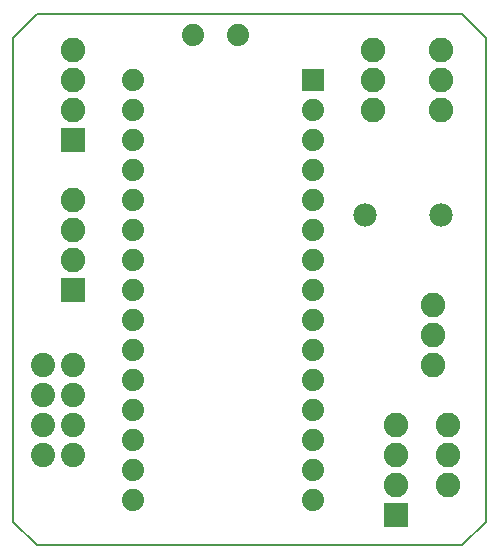
<source format=gbs>
G75*
G70*
%OFA0B0*%
%FSLAX24Y24*%
%IPPOS*%
%LPD*%
%AMOC8*
5,1,8,0,0,1.08239X$1,22.5*
%
%ADD10C,0.0080*%
%ADD11C,0.0740*%
%ADD12R,0.0740X0.0740*%
%ADD13C,0.0808*%
%ADD14C,0.0820*%
%ADD15R,0.0820X0.0820*%
%ADD16C,0.0780*%
D10*
X000400Y000987D02*
X001187Y000200D01*
X015361Y000200D01*
X016148Y000987D01*
X016148Y017129D01*
X015361Y017917D01*
X001187Y017917D01*
X000400Y017129D01*
X000400Y000987D01*
D11*
X004400Y001700D03*
X004400Y002700D03*
X004400Y003700D03*
X004400Y004700D03*
X004400Y005700D03*
X004400Y006700D03*
X004400Y007700D03*
X004400Y008700D03*
X004400Y009700D03*
X004400Y010700D03*
X004400Y011700D03*
X004400Y012700D03*
X004400Y013700D03*
X004400Y014700D03*
X004400Y015700D03*
X006400Y017200D03*
X007900Y017200D03*
X010400Y014700D03*
X010400Y013700D03*
X010400Y012700D03*
X010400Y011700D03*
X010400Y010700D03*
X010400Y009700D03*
X010400Y008700D03*
X010400Y007700D03*
X010400Y006700D03*
X010400Y005700D03*
X010400Y004700D03*
X010400Y003700D03*
X010400Y002700D03*
X010400Y001700D03*
D12*
X010400Y015700D03*
D13*
X002400Y006200D03*
X002400Y005200D03*
X002400Y004200D03*
X002400Y003200D03*
X001400Y003200D03*
X001400Y004200D03*
X001400Y005200D03*
X001400Y006200D03*
D14*
X002400Y009700D03*
X002400Y010700D03*
X002400Y011700D03*
X002400Y014700D03*
X002400Y015700D03*
X002400Y016700D03*
X012400Y016700D03*
X012400Y015700D03*
X012400Y014700D03*
X014650Y014700D03*
X014650Y015700D03*
X014650Y016700D03*
X014400Y008200D03*
X014400Y007200D03*
X014400Y006200D03*
X014900Y004200D03*
X014900Y003200D03*
X014900Y002200D03*
X013150Y002200D03*
X013150Y003200D03*
X013150Y004200D03*
D15*
X013150Y001200D03*
X002400Y008700D03*
X002400Y013700D03*
D16*
X012120Y011200D03*
X014680Y011200D03*
M02*

</source>
